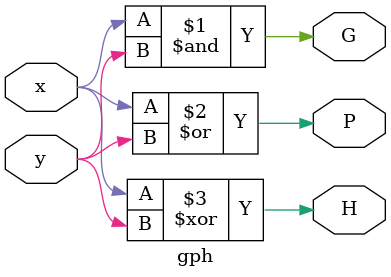
<source format=v>
	module gph (x, y, G, P, H);
		
		input x, y;
		output G, P, H;
		
		assign G = x & y;
		assign P = x | y;
		assign H = x ^ y;

	endmodule
</source>
